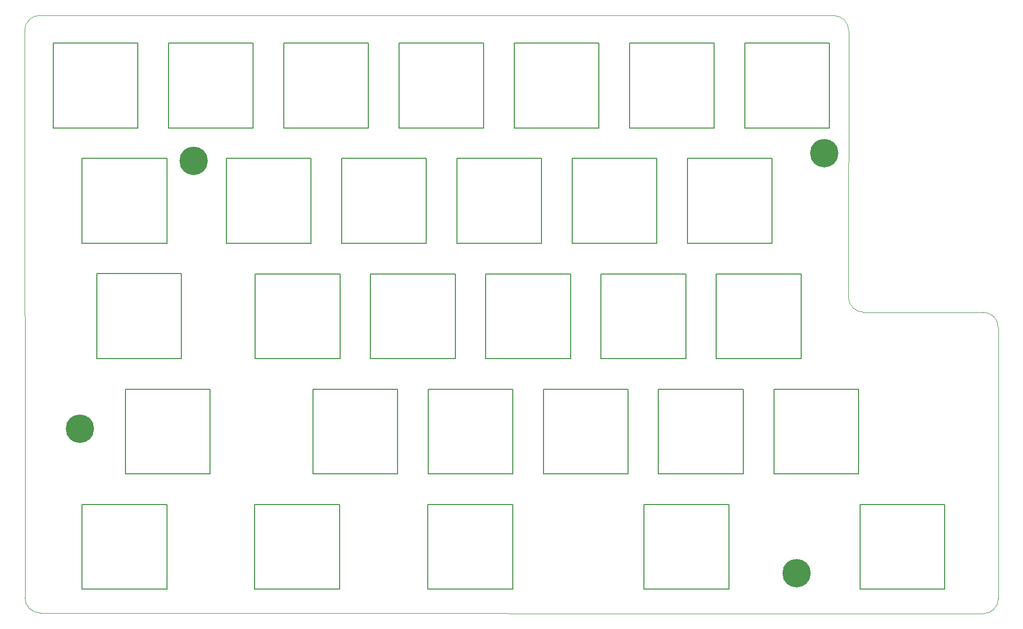
<source format=gts>
G04 #@! TF.GenerationSoftware,KiCad,Pcbnew,(6.0.7)*
G04 #@! TF.CreationDate,2022-09-08T23:08:07+00:00*
G04 #@! TF.ProjectId,zzsplit-top,7a7a7370-6c69-4742-9d74-6f702e6b6963,rev?*
G04 #@! TF.SameCoordinates,Original*
G04 #@! TF.FileFunction,Soldermask,Top*
G04 #@! TF.FilePolarity,Negative*
%FSLAX46Y46*%
G04 Gerber Fmt 4.6, Leading zero omitted, Abs format (unit mm)*
G04 Created by KiCad (PCBNEW (6.0.7)) date 2022-09-08 23:08:07*
%MOMM*%
%LPD*%
G01*
G04 APERTURE LIST*
G04 #@! TA.AperFunction,Profile*
%ADD10C,0.150000*%
G04 #@! TD*
G04 #@! TA.AperFunction,Profile*
%ADD11C,0.100000*%
G04 #@! TD*
%ADD12C,4.700000*%
G04 APERTURE END LIST*
D10*
X60238729Y-40531602D02*
X74238729Y-40531602D01*
X79288729Y-54531602D02*
X79288729Y-40531602D01*
X121888729Y-59591602D02*
X121888729Y-73591602D01*
X150748729Y-92661602D02*
X164748729Y-92661602D01*
X160248729Y-111711602D02*
X174248729Y-111711602D01*
D11*
X213908649Y-134841609D02*
G75*
G03*
X216428729Y-132331602I10051J2510009D01*
G01*
D10*
X131698729Y-92661602D02*
X131698729Y-78661602D01*
X112338729Y-40531602D02*
X112338729Y-54531602D01*
X141218729Y-97721602D02*
X155218729Y-97721602D01*
X122168729Y-97721602D02*
X136168729Y-97721602D01*
D11*
X191638698Y-82491602D02*
G75*
G03*
X194138729Y-84991602I2500002J2D01*
G01*
D10*
X136438729Y-40531602D02*
X150438729Y-40531602D01*
X93518729Y-116791602D02*
X107518729Y-116791602D01*
X136438729Y-54531602D02*
X150438729Y-54531602D01*
X122168729Y-111721602D02*
X122168729Y-97721602D01*
X102838729Y-59591602D02*
X102838729Y-73591602D01*
X157878729Y-130771602D02*
X157878729Y-116771602D01*
X107518729Y-116791602D02*
X107518729Y-130791602D01*
X140938729Y-59591602D02*
X140938729Y-73591602D01*
D11*
X191697436Y-38465843D02*
X191638729Y-82491602D01*
D10*
X93288729Y-40531602D02*
X93288729Y-54531602D01*
X65008729Y-130801602D02*
X65008729Y-116801602D01*
X93518729Y-130791602D02*
X107518729Y-130791602D01*
X171878729Y-116771602D02*
X171878729Y-130771602D01*
X98338729Y-40531602D02*
X112338729Y-40531602D01*
X165038729Y-59591602D02*
X179038729Y-59591602D01*
X88838729Y-73591602D02*
X102838729Y-73591602D01*
X64998729Y-73571602D02*
X64998729Y-59571602D01*
X169488729Y-40531602D02*
X169488729Y-54531602D01*
X131388729Y-40531602D02*
X131388729Y-54531602D01*
X136438729Y-54531602D02*
X136438729Y-40531602D01*
X160248729Y-111711602D02*
X160248729Y-97711602D01*
X155218729Y-97721602D02*
X155218729Y-111721602D01*
X145988729Y-59591602D02*
X159988729Y-59591602D01*
X157878729Y-116771602D02*
X171878729Y-116771602D01*
X117388729Y-54531602D02*
X117388729Y-40531602D01*
X98338729Y-54531602D02*
X112338729Y-54531602D01*
X81398729Y-78631602D02*
X81398729Y-92631602D01*
X93598729Y-78661602D02*
X107598729Y-78661602D01*
X122158729Y-116781602D02*
X136158729Y-116781602D01*
X93598729Y-92661602D02*
X107598729Y-92661602D01*
X79008729Y-116801602D02*
X79008729Y-130801602D01*
X193588729Y-116781602D02*
X207588729Y-116781602D01*
X171878729Y-116771602D02*
X171878729Y-130771602D01*
D11*
X216408729Y-87561602D02*
X216438729Y-132331602D01*
D10*
X65008729Y-130801602D02*
X79008729Y-130801602D01*
X169798729Y-92661602D02*
X183798729Y-92661602D01*
X155488729Y-40531602D02*
X169488729Y-40531602D01*
X160248729Y-97711602D02*
X174248729Y-97711602D01*
D11*
X57998729Y-35941629D02*
G75*
G03*
X55498729Y-38441602I-29J-2499971D01*
G01*
D10*
X60238729Y-54531602D02*
X60238729Y-40531602D01*
X74238729Y-40531602D02*
X74238729Y-54531602D01*
X183798729Y-78661602D02*
X183798729Y-92661602D01*
X165038729Y-73591602D02*
X165038729Y-59591602D01*
X117388729Y-40531602D02*
X131388729Y-40531602D01*
X141218729Y-111721602D02*
X155218729Y-111721602D01*
X65008729Y-116801602D02*
X79008729Y-116801602D01*
X145988729Y-73591602D02*
X145988729Y-59591602D01*
X131698729Y-92661602D02*
X145698729Y-92661602D01*
X60238729Y-54531602D02*
X74238729Y-54531602D01*
X164748729Y-78661602D02*
X164748729Y-92661602D01*
X150748729Y-92661602D02*
X150748729Y-78661602D01*
X136168729Y-97721602D02*
X136168729Y-111721602D01*
X157878729Y-130771602D02*
X171878729Y-130771602D01*
X193588729Y-130781602D02*
X207588729Y-130781602D01*
D11*
X55538698Y-132201602D02*
G75*
G03*
X58038729Y-134701602I2500002J2D01*
G01*
D10*
X193318729Y-97721602D02*
X193318729Y-111721602D01*
X126938729Y-73591602D02*
X140938729Y-73591602D01*
X107888729Y-73591602D02*
X121888729Y-73591602D01*
X67398729Y-92631602D02*
X81398729Y-92631602D01*
D11*
X213908649Y-134841582D02*
X58038729Y-134701602D01*
D10*
X112648729Y-78661602D02*
X126648729Y-78661602D01*
X72158729Y-97751602D02*
X86158729Y-97751602D01*
X141218729Y-111721602D02*
X141218729Y-97721602D01*
X136158729Y-116781602D02*
X136158729Y-130781602D01*
X155488729Y-54531602D02*
X169488729Y-54531602D01*
X122158729Y-130781602D02*
X122158729Y-116781602D01*
X126938729Y-73591602D02*
X126938729Y-59591602D01*
X112648729Y-92661602D02*
X112648729Y-78661602D01*
X93518729Y-130791602D02*
X93518729Y-116791602D01*
X88838729Y-73591602D02*
X88838729Y-59591602D01*
X67398729Y-78631602D02*
X81398729Y-78631602D01*
X131698729Y-78661602D02*
X145698729Y-78661602D01*
X117388729Y-54531602D02*
X131388729Y-54531602D01*
X179318729Y-111721602D02*
X193318729Y-111721602D01*
X207588729Y-116781602D02*
X207588729Y-130781602D01*
X145988729Y-73591602D02*
X159988729Y-73591602D01*
X107598729Y-78661602D02*
X107598729Y-92661602D01*
X122168729Y-111721602D02*
X136168729Y-111721602D01*
X103118729Y-111721602D02*
X117118729Y-111721602D01*
X122158729Y-130781602D02*
X136158729Y-130781602D01*
X98338729Y-54531602D02*
X98338729Y-40531602D01*
X103118729Y-97721602D02*
X117118729Y-97721602D01*
D11*
X216398732Y-87571602D02*
G75*
G03*
X213918710Y-85011603I-2482732J76102D01*
G01*
D10*
X72158729Y-111751602D02*
X72158729Y-97751602D01*
D11*
X57998729Y-35941602D02*
X189207417Y-35965844D01*
D10*
X174538729Y-54531602D02*
X188538729Y-54531602D01*
X88838729Y-59591602D02*
X102838729Y-59591602D01*
X78998729Y-59571602D02*
X78998729Y-73571602D01*
D11*
X194108710Y-85001603D02*
X213918710Y-85011603D01*
D10*
X174538729Y-40531602D02*
X188538729Y-40531602D01*
X179318729Y-111721602D02*
X179318729Y-97721602D01*
X64998729Y-59571602D02*
X78998729Y-59571602D01*
D11*
X55498729Y-38441602D02*
X55538729Y-132201602D01*
D10*
X174538729Y-54531602D02*
X174538729Y-40531602D01*
X86158729Y-97751602D02*
X86158729Y-111751602D01*
X64998729Y-73571602D02*
X78998729Y-73571602D01*
X107888729Y-73591602D02*
X107888729Y-59591602D01*
X79288729Y-54531602D02*
X93288729Y-54531602D01*
X67398729Y-92631602D02*
X67398729Y-78631602D01*
X145698729Y-78661602D02*
X145698729Y-92661602D01*
X179038729Y-59591602D02*
X179038729Y-73591602D01*
X150748729Y-78661602D02*
X164748729Y-78661602D01*
X169798729Y-78661602D02*
X183798729Y-78661602D01*
X188538729Y-40531602D02*
X188538729Y-54531602D01*
X126648729Y-78661602D02*
X126648729Y-92661602D01*
X103118729Y-111721602D02*
X103118729Y-97721602D01*
D11*
X191697476Y-38465843D02*
G75*
G03*
X189207417Y-35965844I-2500076J-57D01*
G01*
D10*
X193588729Y-130781602D02*
X193588729Y-116781602D01*
X159988729Y-59591602D02*
X159988729Y-73591602D01*
X165038729Y-73591602D02*
X179038729Y-73591602D01*
X72158729Y-111751602D02*
X86158729Y-111751602D01*
X157878729Y-130771602D02*
X171878729Y-130771602D01*
X79288729Y-40531602D02*
X93288729Y-40531602D01*
X155488729Y-54531602D02*
X155488729Y-40531602D01*
X169798729Y-92661602D02*
X169798729Y-78661602D01*
X93598729Y-92661602D02*
X93598729Y-78661602D01*
X179318729Y-97721602D02*
X193318729Y-97721602D01*
X112648729Y-92661602D02*
X126648729Y-92661602D01*
X150438729Y-40531602D02*
X150438729Y-54531602D01*
X126938729Y-59591602D02*
X140938729Y-59591602D01*
X157878729Y-130771602D02*
X157878729Y-116771602D01*
X157878729Y-116771602D02*
X171878729Y-116771602D01*
X174248729Y-97711602D02*
X174248729Y-111711602D01*
X117118729Y-97721602D02*
X117118729Y-111721602D01*
X107888729Y-59591602D02*
X121888729Y-59591602D01*
D12*
X64670000Y-104250000D03*
X183090000Y-128180000D03*
X187670000Y-58730000D03*
X83450000Y-59950000D03*
M02*

</source>
